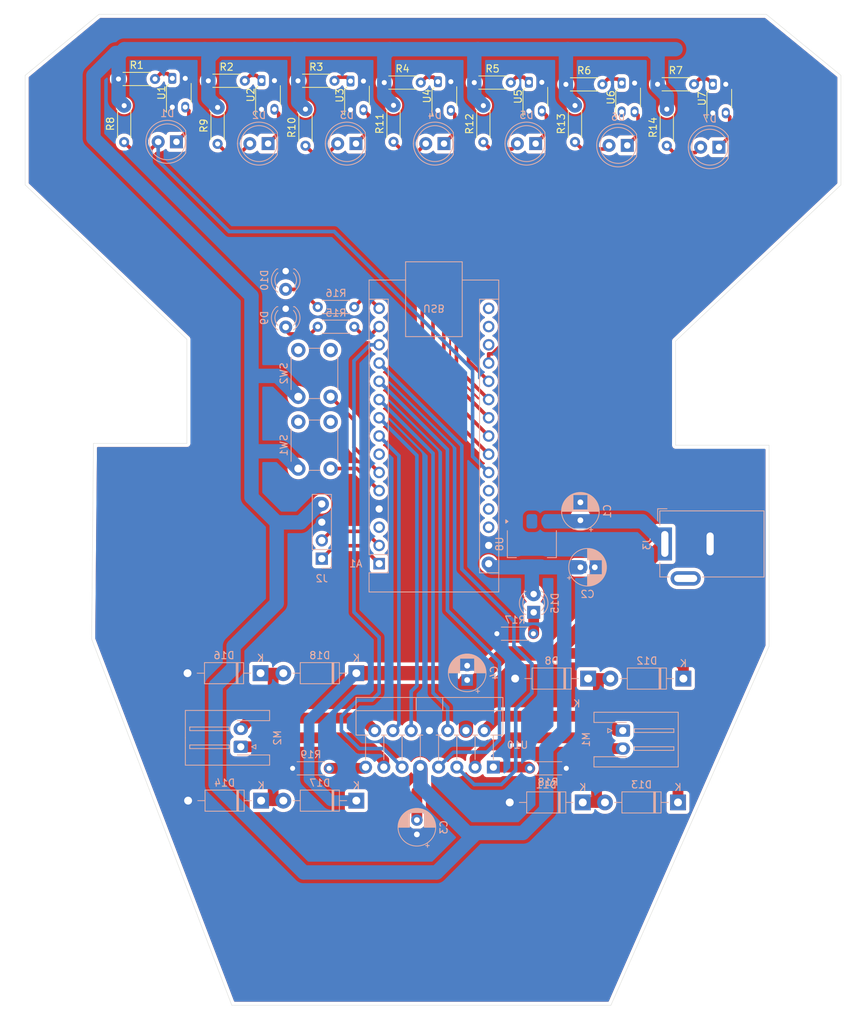
<source format=kicad_pcb>
(kicad_pcb (version 20240108) (generator "pcbnew") (generator_version "8.0")
  (layers (0 "F.Cu" signal) (31 "B.Cu" signal) (34 "B.Paste" user) (35 "F.Paste" user) (36 "B.SilkS" user "B.Silkscreen") (37 "F.SilkS" user "F.Silkscreen") (38 "B.Mask" user) (39 "F.Mask" user) (44 "Edge.Cuts" user))
  (net 0 "")
  (net 1 "Net-(D1-K)")
  (net 2 "A0")
  (net 3 "A1")
  (net 4 "Net-(D2-K)")
  (net 5 "Net-(D3-K)")
  (net 6 "A2")
  (net 7 "A3")
  (net 8 "Net-(D4-K)")
  (net 9 "A4")
  (net 10 "Net-(D5-K)")
  (net 11 "Net-(D6-K)")
  (net 12 "A5")
  (net 13 "A6")
  (net 14 "Net-(D7-K)")
  (net 15 "GND")
  (net 16 "Net-(U6-A)")
  (net 17 "Net-(U1-A)")
  (net 18 "Net-(U2-A)")
  (net 19 "Net-(U3-A)")
  (net 20 "Net-(U4-A)")
  (net 21 "Net-(U5-A)")
  (net 22 "Net-(U7-A)")
  (net 24 "B2")
  (net 26 "INB2")
  (net 29 "INB1")
  (net 30 "INA1")
  (net 31 "STBY")
  (net 34 "RX")
  (net 35 "PWMB")
  (net 36 "B1")
  (net 37 "Net-(A1-D11)")
  (net 38 "INA2")
  (net 39 "IR")
  (net 40 "+5V")
  (net 41 "PWMA")
  (net 42 "TX")
  (net 43 "Net-(A1-D12)")
  (net 44 "+9V")
  (net 45 "Net-(D9-A)")
  (net 46 "Net-(D10-A)")
  (net 47 "Net-(D15-K)")
  (net 49 "OUT1")
  (net 50 "OUT2")
  (net 51 "OUT3")
  (net 52 "OUT4")
  (net 53 "Net-(U10-SENSE_B)")
  (net 54 "Net-(U10-SENSE_A)")
  (footprint "OptoDevice:OnSemi_CASE100AQ" (layer "F.Cu") (at 144.674998 30.626664)
    (property "Reference" "U4")
    (property "Value" "QRE1113")
  )
  (footprint "Resistor_THT:R_Axial_DIN0204_L3.6mm_D1.6mm_P5.08mm_Horizontal" (layer "F.Cu") (at 126.249999 39.54 90)
    (property "Reference" "R10")
    (property "Value" "R")
  )
  (footprint "Resistor_THT:R_Axial_DIN0204_L3.6mm_D1.6mm_P5.08mm_Horizontal" (layer "F.Cu") (at 138.499999 39 90)
    (property "Reference" "R11")
    (property "Value" "R")
  )
  (footprint "OptoDevice:OnSemi_CASE100AQ" (layer "F.Cu") (at 107.724999 30.166666)
    (property "Reference" "U1")
    (property "Value" "QRE1113")
  )
  (footprint "Resistor_THT:R_Axial_DIN0204_L3.6mm_D1.6mm_P5.08mm_Horizontal" (layer "F.Cu") (at 137.209999 30.75)
    (property "Reference" "R4")
    (property "Value" "R")
  )
  (footprint "Resistor_THT:R_Axial_DIN0204_L3.6mm_D1.6mm_P5.08mm_Horizontal" (layer "F.Cu") (at 112.734999 30.5)
    (property "Reference" "R2")
    (property "Value" "R")
  )
  (footprint "Resistor_THT:R_Axial_DIN0204_L3.6mm_D1.6mm_P5.08mm_Horizontal" (layer "F.Cu") (at 163.749999 39.025 90)
    (property "Reference" "R13")
    (property "Value" "R")
  )
  (footprint "Resistor_THT:R_Axial_DIN0204_L3.6mm_D1.6mm_P5.08mm_Horizontal" (layer "F.Cu") (at 175.234999 30.985)
    (property "Reference" "R7")
    (property "Value" "R")
  )
  (footprint "Resistor_THT:R_Axial_DIN0204_L3.6mm_D1.6mm_P5.08mm_Horizontal" (layer "F.Cu") (at 100.234999 30.25)
    (property "Reference" "R1")
    (property "Value" "R")
  )
  (footprint "OptoDevice:OnSemi_CASE100AQ" (layer "F.Cu") (at 132.516665 30.543332)
    (property "Reference" "U3")
    (property "Value" "QRE1113")
  )
  (footprint "OptoDevice:OnSemi_CASE100AQ" (layer "F.Cu") (at 120.133332 30.475)
    (property "Reference" "U2")
    (property "Value" "QRE1113")
  )
  (footprint "Resistor_THT:R_Axial_DIN0204_L3.6mm_D1.6mm_P5.08mm_Horizontal" (layer "F.Cu") (at 149.734999 30.75)
    (property "Reference" "R5")
    (property "Value" "R")
  )
  (footprint "Resistor_THT:R_Axial_DIN0204_L3.6mm_D1.6mm_P5.08mm_Horizontal" (layer "F.Cu") (at 150.999999 39.04 90)
    (property "Reference" "R12")
    (property "Value" "R")
  )
  (footprint "Resistor_THT:R_Axial_DIN0204_L3.6mm_D1.6mm_P5.08mm_Horizontal" (layer "F.Cu") (at 114.024999 39.29 90)
    (property "Reference" "R9")
    (property "Value" "R")
  )
  (footprint "Resistor_THT:R_Axial_DIN0204_L3.6mm_D1.6mm_P5.08mm_Horizontal" (layer "F.Cu") (at 101.024999 39.04 90)
    (property "Reference" "R8")
    (property "Value" "R")
  )
  (footprint "Resistor_THT:R_Axial_DIN0204_L3.6mm_D1.6mm_P5.08mm_Horizontal" (layer "F.Cu") (at 162.484999 31)
    (property "Reference" "R6")
    (property "Value" "R")
  )
  (footprint "OptoDevice:OnSemi_CASE100AQ" (layer "F.Cu") (at 170.241664 30.81833)
    (property "Reference" "U6")
    (property "Value" "QRE1113")
  )
  (footprint "OptoDevice:OnSemi_CASE100AQ" (layer "F.Cu") (at 157.333331 30.709998)
    (property "Reference" "U5")
    (property "Value" "QRE1113")
  )
  (footprint "Resistor_THT:R_Axial_DIN0204_L3.6mm_D1.6mm_P5.08mm_Horizontal" (layer "F.Cu") (at 125.209999 30.5)
    (property "Reference" "R3")
    (property "Value" "R")
  )
  (footprint "OptoDevice:OnSemi_CASE100AQ" (layer "F.Cu") (at 182.924999 30.984996)
    (property "Reference" "U7")
    (property "Value" "QRE1113")
  )
  (footprint "Resistor_THT:R_Axial_DIN0204_L3.6mm_D1.6mm_P5.08mm_Horizontal" (layer "F.Cu") (at 176.524999 39.54 90)
    (property "Reference" "R14")
    (property "Value" "R")
  )
  (footprint "LED_THT:LED_D5.0mm" (layer "B.Cu") (at 108.299999 39 180)
    (property "Reference" "D1")
    (property "Value" "LED")
  )
  (footprint "Module:Arduino_Nano" (layer "B.Cu") (at 136.499999 97.75)
    (property "Reference" "A1")
    (property "Value" "Arduino_Nano_v3.x")
  )
  (footprint "Capacitor_THT:CP_Radial_D5.0mm_P2.00mm" (layer "B.Cu") (at 148.749999 113.955112 90)
    (property "Reference" "C4")
    (property "Value" "100n")
  )
  (footprint "LED_THT:LED_D3.0mm" (layer "B.Cu") (at 157.999999 104.525 90)
    (property "Reference" "D15")
    (property "Value" "LED")
  )
  (footprint "Package_TO_SOT_THT:TO-220-15_P2.54x2.54mm_StaggerOdd_Lead4.58mm_Vertical" (layer "B.Cu") (at 152.389999 126.08 180)
    (property "Reference" "U10")
    (property "Value" "L298N")
  )
  (footprint "Button_Switch_THT:SW_PUSH_6mm_H4.3mm" (layer "B.Cu") (at 125.249999 78 -90)
    (property "Reference" "SW1")
    (property "Value" "SW_Push")
  )
  (footprint "LED_THT:LED_D5.0mm" (layer "B.Cu") (at 133.274999 39.25 180)
    (property "Reference" "D3")
    (property "Value" "LED")
  )
  (footprint "Resistor_THT:R_Axial_DIN0204_L3.6mm_D1.6mm_P5.08mm_Horizontal" (layer "B.Cu") (at 133.039999 64.75 180)
    (property "Reference" "R15")
    (property "Value" "1k")
  )
  (footprint "Diode_THT:D_DO-41_SOD81_P10.16mm_Horizontal" (layer "B.Cu") (at 178.079999 131 180)
    (property "Reference" "D13")
    (property "Value" "1N4007")
  )
  (footprint "Package_TO_SOT_SMD:SOT-223-3_TabPin2" (layer "B.Cu") (at 157.749999 95 -90)
    (property "Reference" "U8")
    (property "Value" "AMS1117-5.0")
  )
  (footprint "Diode_THT:D_DO-41_SOD81_P10.16mm_Horizontal" (layer "B.Cu") (at 120.079999 130.75 180)
    (property "Reference" "D14")
    (property "Value" "1N4007")
  )
  (footprint "LED_THT:LED_D3.0mm" (layer "B.Cu") (at 123.499999 57 -90)
    (property "Reference" "D10")
    (property "Value" "LED")
  )
  (footprint "LED_THT:LED_D5.0mm" (layer "B.Cu") (at 183.774999 39.75 180)
    (property "Reference" "D7")
    (property "Value" "LED")
  )
  (footprint "Diode_THT:D_DO-41_SOD81_P10.16mm_Horizontal" (layer "B.Cu") (at 164.829999 131 180)
    (property "Reference" "D11")
    (property "Value" "1N4007")
  )
  (footprint "LED_THT:LED_D3.0mm" (layer "B.Cu") (at 123.499999 62.25 -90)
    (property "Reference" "D9")
    (property "Value" "LED")
  )
  (footprint "Capacitor_THT:CP_Radial_D5.0mm_P2.00mm" (layer "B.Cu") (at 141.749999 135.455112 90)
    (property "Reference" "C3")
    (property "Value" "100n")
  )
  (footprint "Resistor_THT:R_Axial_DIN0204_L3.6mm_D1.6mm_P5.08mm_Horizontal" (layer "B.Cu") (at 133.039999 62 180)
    (property "Reference" "R16")
    (property "Value" "1k")
  )
  (footprint "Diode_THT:D_DO-41_SOD81_P10.16mm_Horizontal" (layer "B.Cu") (at 178.829999 113.75 180)
    (property "Reference" "D12")
    (property "Value" "1N4007")
  )
  (footprint "Capacitor_THT:CP_Radial_D5.0mm_P2.00mm" (layer "B.Cu") (at 164.499999 98.25)
    (property "Reference" "C2")
    (property "Value" "22u")
  )
  (footprint "LED_THT:LED_D5.0mm" (layer "B.Cu") (at 121.049999 39.25 180)
    (property "Reference" "D2")
    (property "Value" "LED")
  )
  (footprint "Diode_THT:D_DO-41_SOD81_P10.16mm_Horizontal" (layer "B.Cu") (at 165.579999 113.75 180)
    (property "Reference" "D8")
    (property "Value" "1N4007")
  )
  (footprint "Connector_JST:JST_XH_S2B-XH-A-1_1x02_P2.50mm_Horizontal" (layer "B.Cu") (at 117.249999 123.25 90)
    (property "Reference" "M2")
    (property "Value" "Motor_DC")
  )
  (footprint "Connector_BarrelJack:BarrelJack_GCT_DCJ200-10-A_Horizontal" (layer "B.Cu") (at 176.249999 95 -90)
    (property "Reference" "J3")
    (property "Value" "Input Power")
  )
  (footprint "LED_THT:LED_D5.0mm" (layer "B.Cu") (at 145.524999 39.25 180)
    (property "Reference" "D4")
    (property "Value" "LED")
  )
  (footprint "Connector_JST:JST_XH_S2B-XH-A-1_1x02_P2.50mm_Horizontal" (layer "B.Cu") (at 170.399999 121 -90)
    (property "Reference" "M1")
    (property "Value" "Motor_DC")
  )
  (footprint "Resistor_THT:R_Axial_DIN0204_L3.6mm_D1.6mm_P5.08mm_Horizontal" (layer "B.Cu") (at 157.459999 126.25)
    (property "Reference" "R18")
    (property "Value" "R")
  )
  (footprint "LED_THT:LED_D5.0mm" (layer "B.Cu") (at 158.274999 39.25 180)
    (property "Reference" "D5")
    (property "Value" "LED")
  )
  (footprint "Connector_PinSocket_2.54mm:PinSocket_1x04_P2.54mm_Vertical" (layer "B.Cu") (at 128.524999 97.05)
    (property "Reference" "J2")
    (property "Value" "Bluetooth module")
  )
  (footprint "LED_THT:LED_D5.0mm" (layer "B.Cu") (at 171.024999 39.5 180)
    (property "Reference" "D6")
    (property "Value" "LED")
  )
  (footprint "Diode_THT:D_DO-41_SOD81_P10.16mm_Horizontal" (layer "B.Cu") (at 133.329999 130.75 180)
    (property "Reference" "D17")
    (property "Value" "1N4007")
  )
  (footprint "Resistor_THT:R_Axial_DIN0204_L3.6mm_D1.6mm_P5.08mm_Horizontal" (layer "B.Cu") (at 129.539999 126.25 180)
    (property "Reference" "R19")
    (property "Value" "R")
  )
  (footprint "Resistor_THT:R_Axial_DIN0204_L3.6mm_D1.6mm_P5.08mm_Horizontal" (layer "B.Cu") (at 157.959999 107.5 180)
    (property "Reference" "R17")
    (property "Value" "1k")
  )
  (footprint "Diode_THT:D_DO-41_SOD81_P10.16mm_Horizontal" (layer "B.Cu") (at 133.329999 113 180)
    (property "Reference" "D18")
    (property "Value" "1N4007")
  )
  (footprint "Diode_THT:D_DO-41_SOD81_P10.16mm_Horizontal" (layer "B.Cu") (at 119.999999 113 180)
    (property "Reference" "D16")
    (property "Value" "1N4007")
  )
  (footprint "Button_Switch_THT:SW_PUSH_6mm_H4.3mm" (layer "B.Cu") (at 125.249999 68 -90)
    (property "Reference" "SW2")
    (property "Value" "SW_Push")
  )
  (footprint "Capacitor_THT:CP_Radial_D5.0mm_P2.50mm" (layer "B.Cu") (at 164.499999 91.705114 90)
    (property "Reference" "C1")
    (property "Value" "22u")
  )
  (gr_line (start 190.75 109.25) (end 190.749999 81.25) (stroke (width 0.05)) (layer "Edge.Cuts"))
  (gr_line (start 96.749999 81) (end 109.749999 81) (stroke (width 0.05)) (layer "Edge.Cuts"))
  (gr_line (start 200.749999 29.75) (end 200.749999 45) (stroke (width 0.05)) (layer "Edge.Cuts"))
  (gr_line (start 109.749999 81) (end 109.749999 66.5) (stroke (width 0.05)) (layer "Edge.Cuts"))
  (gr_line (start 177.749999 81.25) (end 177.749999 66.75) (stroke (width 0.05)) (layer "Edge.Cuts"))
  (gr_line (start 168.749999 159.25) (end 190.75 109.25) (stroke (width 0.05)) (layer "Edge.Cuts"))
  (gr_line (start 115.999999 159.25) (end 168.749999 159.25) (stroke (width 0.05)) (layer "Edge.Cuts"))
  (gr_line (start 109.749999 66.5) (end 87.249999 45) (stroke (width 0.05)) (layer "Edge.Cuts"))
  (gr_line (start 190.749999 81.25) (end 177.749999 81.25) (stroke (width 0.05)) (layer "Edge.Cuts"))
  (gr_line (start 200.749999 29.75) (end 190.374999 21.25) (stroke (width 0.05)) (layer "Edge.Cuts"))
  (gr_line (start 177.749999 66.75) (end 200.749999 45) (stroke (width 0.05)) (layer "Edge.Cuts"))
  (gr_line (start 97.499999 21.25) (end 190.374999 21.25) (stroke (width 0.05)) (layer "Edge.Cuts"))
  (gr_line (start 96.499999 108.25) (end 115.999999 159.25) (stroke (width 0.05)) (layer "Edge.Cuts"))
  (gr_line (start 87.249999 29.75) (end 97.499999 21.25) (stroke (width 0.05)) (layer "Edge.Cuts"))
  (gr_line (start 96.499999 108.25) (end 96.749999 81) (stroke (width 0.05)) (layer "Edge.Cuts"))
  (gr_line (start 87.249999 29.75) (end 87.249999 45) (stroke (width 0.05)) (layer "Edge.Cuts"))
  (segment (start 110.024999 34.666666) (end 110.024999 37.275) (width 0.5) (layer "F.Cu") (net 1))
  (segment (start 110.024999 37.275) (end 108.299999 39) (width 0.5) (layer "F.Cu") (net 1))
  (segment (start 109.524999 34.166666) (end 110.024999 34.666666) (width 0.5) (layer "F.Cu") (net 1))
  (segment (start 173.749999 49) (end 179.274999 43.475) (width 0.5) (layer "F.Cu") (net 2))
  (segment (start 151.739999 68.52) (end 152.257766 68.52) (width 0.5) (layer "F.Cu") (net 2))
  (segment (start 179.274999 43.475) (end 179.274999 40.5) (width 0.5) (layer "F.Cu") (net 2))
  (segment (start 151.739999 69.81) (end 151.739999 68.52) (width 0.5) (layer "F.Cu") (net 2))
  (segment (start 161.749999 49) (end 173.749999 49) (width 0.5) (layer "F.Cu") (net 2))
  (segment (start 179.274999 40.5) (end 177.484999 40.5) (width 0.5) (layer "F.Cu") (net 2))
  (segment (start 154.999999 65.777767) (end 154.999999 55.75) (width 0.5) (layer "F.Cu") (net 2))
  (segment (start 154.999999 55.75) (end 161.749999 49) (width 0.5) (layer "F.Cu") (net 2))
  (segment (start 177.484999 40.5) (end 176.524999 39.54) (width 0.5) (layer "F.Cu") (net 2))
  (segment (start 181.234999 39.75) (end 180.484999 40.5) (width 0.5) (layer "F.Cu") (net 2))
  (segment (start 152.257766 68.52) (end 154.999999 65.777767) (width 0.5) (layer "F.Cu") (net 2))
  (segment (start 180.484999 40.5) (end 179.274999 40.5) (width 0.5) (layer "F.Cu") (net 2))
  (segment (start 166.524999 42) (end 166.524999 40) (width 0.5) (layer "F.Cu") (net 3))
  (segment (start 165.274999 43.25) (end 166.524999 42) (width 0.5) (layer "F.Cu") (net 3))
  (segment (start 148.935 48.75) (end 154.435 43.25) (width 0.5) (layer "F.Cu") (net 3))
  (segment (start 148.935 69.545001) (end 151.739999 72.35) (width 0.5) (layer "F.Cu") (net 3))
  (segment (start 168.484999 39.5) (end 167.984999 40) (width 0.5) (layer "F.Cu") (net 3))
  (segment (start 154.435 43.25) (end 165.274999 43.25) (width 0.5) (layer "F.Cu") (net 3))
  (segment (start 166.524999 40) (end 164.724999 40) (width 0.5) (layer "F.Cu") (net 3))
  (segment (start 167.984999 40) (end 166.524999 40) (width 0.5) (layer "F.Cu") (net 3))
  (segment (start 164.724999 40) (end 163.749999 39.025) (width 0.5) (layer "F.Cu") (net 3))
  (segment (start 148.935 48.75) (end 148.935 69.545001) (width 0.5) (layer "F.Cu") (net 3))
  (segment (start 122.524999 37.775) (end 121.049999 39.25) (width 0.5) (layer "F.Cu") (net 4))
  (segment (start 122.524999 35.066667) (end 122.524999 37.775) (width 0.5) (layer "F.Cu") (net 4))
  (segment (start 121.933332 34.475) (end 122.524999 35.066667) (width 0.5) (layer "F.Cu") (net 4))
  (segment (start 135.024999 35.251666) (end 135.024999 37.5) (width 0.5) (layer "F.Cu") (net 5))
  (segment (start 134.316665 34.543332) (end 135.024999 35.251666) (width 0.5) (layer "F.Cu") (net 5))
  (segment (start 135.024999 37.5) (end 133.274999 39.25) (width 0.5) (layer "F.Cu") (net 5))
  (segment (start 153.524999 42.25) (end 152.895 42.25) (width 0.5) (layer "F.Cu") (net 6))
  (segment (start 151.959999 40) (end 150.999999 39.04) (width 0.5) (layer "F.Cu") (net 6))
  (segment (start 154.984999 40) (end 154.024999 40) (width 0.5) (layer "F.Cu") (net 6))
  (segment (start 152.895 42.25) (end 147.249999 47.895001) (width 0.5) (layer "F.Cu") (net 6))
  (segment (start 147.249999 47.895001) (end 147.249999 70.4) (width 0.5) (layer "F.Cu") (net 6))
  (segment (start 155.734999 39.25) (end 154.984999 40) (width 0.5) (layer "F.Cu") (net 6))
  (segment (start 147.249999 70.4) (end 151.739999 74.89) (width 0.5) (layer "F.Cu") (net 6))
  (segment (start 154.024999 40) (end 154.024999 41.75) (width 0.5) (layer "F.Cu") (net 6))
  (segment (start 154.024999 40) (end 151.959999 40) (width 0.5) (layer "F.Cu") (net 6))
  (segment (start 154.024999 41.75) (end 153.524999 42.25) (width 0.5) (layer "F.Cu") (net 6))
  (segment (start 140.999999 40.25) (end 145.499999 44.75) (width 0.5) (layer "F.Cu") (net 7))
  (segment (start 142.984999 39.25) (end 141.984999 40.25) (width 0.5) (layer "F.Cu") (net 7))
  (segment (start 141.984999 40.25) (end 140.774999 40.25) (width 0.5) (layer "F.Cu") (net 7))
  (segment (start 140.774999 40.25) (end 140.999999 40.25) (width 0.5) (layer "F.Cu") (net 7))
  (segment (start 145.499999 71.19) (end 151.739999 77.43) (width 0.5) (layer "F.Cu") (net 7))
  (segment (start 145.499999 44.75) (end 145.499999 71.19) (width 0.5) (layer "F.Cu") (net 7))
  (segment (start 139.749999 40.25) (end 138.499999 39) (width 0.5) (layer "F.Cu") (net 7))
  (segment (start 140.774999 40.25) (end 139.749999 40.25) (width 0.5) (layer "F.Cu") (net 7))
  (segment (start 147.024999 35.176665) (end 147.024999 37.75) (width 0.5) (layer "F.Cu") (net 8))
  (segment (start 147.024999 37.75) (end 145.524999 39.25) (width 0.5) (layer "F.Cu") (net 8))
  (segment (start 146.474998 34.626664) (end 147.024999 35.176665) (width 0.5) (layer "F.Cu") (net 8))
  (segment (start 127.209999 40.5) (end 128.524999 40.5) (width 0.5) (layer "F.Cu") (net 9))
  (segment (start 143.999999 72.23) (end 151.739999 79.97) (width 0.5) (layer "F.Cu") (net 9))
  (segment (start 128.524999 40.5) (end 129.484999 40.5) (width 0.5) (layer "F.Cu") (net 9))
  (segment (start 129.484999 40.5) (end 130.734999 39.25) (width 0.5) (layer "F.Cu") (net 9))
  (segment (start 139.999999 42.75) (end 143.999999 46.75) (width 0.5) (layer "F.Cu") (net 9))
  (segment (start 126.249999 39.54) (end 127.209999 40.5) (width 0.5) (layer "F.Cu") (net 9))
  (segment (start 128.524999 40.5) (end 128.524999 41.25) (width 0.5) (layer "F.Cu") (net 9))
  (segment (start 128.524999 41.25) (end 130.024999 42.75) (width 0.5) (layer "F.Cu") (net 9))
  (segment (start 130.024999 42.75) (end 139.999999 42.75) (width 0.5) (layer "F.Cu") (net 9))
  (segment (start 143.999999 46.75) (end 143.999999 72.23) (width 0.5) (layer "F.Cu") (net 9))
  (segment (start 159.133331 34.709998) (end 159.774999 35.351666) (width 0.5) (layer "F.Cu") (net 10))
  (segment (start 159.774999 35.351666) (end 159.774999 37.75) (width 0.5) (layer "F.Cu") (net 10))
  (segment (start 159.774999 37.75) (end 158.274999 39.25) (width 0.5) (layer "F.Cu") (net 10))
  (segment (start 172.524999 35.301665) (end 172.524999 38) (width 0.5) (layer "F.Cu") (net 11))
  (segment (start 172.524999 38) (end 171.024999 39.5) (width 0.5) (layer "F.Cu") (net 11))
  (segment (start 172.041664 34.81833) (end 172.524999 35.301665) (width 0.5) (layer "F.Cu") (net 11))
  (segment (start 114.024999 39.29) (end 115.234999 40.5) (width 0.5) (layer "F.Cu") (net 12))
  (segment (start 116.274999 40.5) (end 117.259999 40.5) (width 0.5) (layer "F.Cu") (net 12))
  (segment (start 116.274999 42.025) (end 118.499999 44.25) (width 0.5) (layer "F.Cu") (net 12))
  (segment (start 116.274999 40.5) (end 116.274999 42.025) (width 0.5) (layer "F.Cu") (net 12))
  (segment (start 142.499999 73.27) (end 151.739999 82.51) (width 0.5) (layer "F.Cu") (net 12))
  (segment (start 115.234999 40.5) (end 116.274999 40.5) (width 0.5) (layer "F.Cu") (net 12))
  (segment (start 117.259999 40.5) (end 118.509999 39.25) (width 0.5) (layer "F.Cu") (net 12))
  (segment (start 142.499999 52.475) (end 142.499999 73.27) (width 0.5) (layer "F.Cu") (net 12))
  (segment (start 134.274999 44.25) (end 142.499999 52.475) (width 0.5) (layer "F.Cu") (net 12))
  (segment (start 118.499999 44.25) (end 134.274999 44.25) (width 0.5) (layer "F.Cu") (net 12))
  (segment (start 101.984999 40) (end 103.774999 40) (width 0.5) (layer "F.Cu") (net 13))
  (segment (start 103.774999 40) (end 104.759999 40) (width 0.5) (layer "F.Cu") (net 13))
  (segment (start 104.759999 40) (end 105.759999 39) (width 0.5) (layer "F.Cu") (net 13))
  (segment (start 101.024999 39.04) (end 101.984999 40) (width 0.5) (layer "F.Cu") (net 13))
  (segment (start 130.249999 51.5) (end 149.499999 70.75) (width 0.5) (layer "B.Cu") (net 13))
  (segment (start 105.759999 39) (end 105.759999 41.62) (width 0.5) (layer "B.Cu") (net 13))
  (segment (start 149.499999 70.75) (end 149.499999 82.81) (width 0.5) (layer "B.Cu") (net 13))
  (segment (start 149.499999 82.81) (end 151.739999 85.05) (width 0.5) (layer "B.Cu") (net 13))
  (segment (start 115.639999 51.5) (end 130.249999 51.5) (width 0.5) (layer "B.Cu") (net 13))
  (segment (start 105.759999 41.62) (end 115.639999 51.5) (width 0.5) (layer "B.Cu") (net 13))
  (segment (start 185.274999 38.25) (end 183.774999 39.75) (width 0.5) (layer "F.Cu") (net 14))
  (segment (start 184.724999 34.984996) (end 185.274999 35.534996) (width 0.5) (layer "F.Cu") (net 14))
  (segment (start 185.274999 35.534996) (end 185.274999 38.25) (width 0.5) (layer "F.Cu") (net 14))
  (segment (start 168.314999 30.25) (end 169.673334 30.25) (width 0.5) (layer "F.Cu") (net 16))
  (segment (start 169.673334 30.25) (end 170.241664 30.81833) (width 0.5) (layer "F.Cu") (net 16))
  (segment (start 167.564999 31) (end 168.314999 30.25) (width 0.5) (layer "F.Cu") (net 16))
  (segment (start 107.058333 29.5) (end 107.724999 30.166666) (width 0.5) (layer "F.Cu") (net 17))
  (segment (start 105.314999 30.25) (end 106.064999 29.5) (width 0.5) (layer "F.Cu") (net 17))
  (segment (start 106.064999 29.5) (end 107.058333 29.5) (width 0.5) (layer "F.Cu") (net 17))
  (segment (start 117.814999 30.5) (end 118.564999 29.75) (width 0.5) (layer "F.Cu") (net 18))
  (segment (start 118.564999 29.75) (end 119.408332 29.75) (width 0.5) (layer "F.Cu") (net 18))
  (segment (start 119.408332 29.75) (end 120.133332 30.475) (width 0.5) (layer "F.Cu") (net 18))
  (segment (start 130.289999 30.5) (end 130.789999 30) (width 0.5) (layer "F.Cu") (net 19))
  (segment (start 130.789999 30) (end 131.973333 30) (width 0.5) (layer "F.Cu") (net 19))
  (segment (start 131.973333 30) (end 132.516665 30.543332) (width 0.5) (layer "F.Cu") (net 19))
  (segment (start 142.289999 30.75) (end 143.039999 30) (width 0.5) (layer "F.Cu") (net 20))
  (segment (start 144.048334 30) (end 144.674998 30.626664) (width 0.5) (layer "F.Cu") (net 20))
  (segment (start 143.039999 30) (end 144.048334 30) (width 0.5) (layer "F.Cu") (net 20))
  (segment (start 155.564999 30) (end 156.623333 30) (width 0.5) (layer "F.Cu") (net 21))
  (segment (start 154.814999 30.75) (end 155.564999 30) (width 0.5) (layer "F.Cu") (net 21))
  (segment (start 156.623333 30) (end 157.333331 30.709998) (width 0.5) (layer "F.Cu") (net 21))
  (segment (start 180.314999 30.985) (end 181.049999 30.25) (width 0.5) (layer "F.Cu") (net 22))
  (segment (start 182.190003 30.25) (end 182.924999 30.984996) (width 0.5) (layer "F.Cu") (net 22))
  (segment (start 181.049999 30.25) (end 182.190003 30.25) (width 0.5) (layer "F.Cu") (net 22))
  (segment (start 132.999999 77.750001) (end 132.999999 81.55) (width 0.5) (layer "F.Cu") (net 24))
  (segment (start 129.749999 74.500001) (end 132.999999 77.750001) (width 0.5) (layer "F.Cu") (net 24))
  (segment (start 132.999999 81.55) (end 136.499999 85.05) (width 0.5) (layer "F.Cu") (net 24))
  (segment (start 139.249999 82.719999) (end 136.499999 79.969999) (width 0.5) (layer "B.Cu") (net 26))
  (segment (start 139.249999 120.17) (end 139.249999 82.719999) (width 0.5) (layer "B.Cu") (net 26))
  (segment (start 138.419999 121) (end 139.249999 120.17) (width 0.5) (layer "B.Cu") (net 26))
  (segment (start 140.959999 121) (end 140.959999 115.54) (width 0.5) (layer "B.Cu") (net 29))
  (segment (start 141.749999 82.68) (end 136.499999 77.43) (width 0.5) (layer "B.Cu") (net 29))
  (segment (start 140.959999 115.54) (end 141.749999 114.75) (width 0.5) (layer "B.Cu") (net 29))
  (segment (start 141.749999 114.75) (end 141.749999 82.68) (width 0.5) (layer "B.Cu") (net 29))
  (segment (start 155.249999 109.196346) (end 155.249999 105.75) (width 0.5) (layer "B.Cu") (net 30))
  (segment (start 157.749999 111.696346) (end 155.249999 109.196346) (width 0.5) (layer "B.Cu") (net 30))
  (segment (start 153.499999 128.5) (end 155.499999 126.5) (width 0.5) (layer "B.Cu") (net 30))
  (segment (start 147.999999 98.5) (end 147.999999 81.310001) (width 0.5) (layer "B.Cu") (net 30))
  (segment (start 157.749999 115.75) (end 157.749999 111.696346) (width 0.5) (layer "B.Cu") (net 30))
  (segment (start 155.499999 118) (end 157.749999 115.75) (width 0.5) (layer "B.Cu") (net 30))
  (segment (start 147.999999 81.310001) (end 136.499999 69.810001) (width 0.5) (layer "B.Cu") (net 30))
  (segment (start 155.249999 105.75) (end 147.999999 98.5) (width 0.5) (layer "B.Cu") (net 30))
  (segment (start 149.73 128.5) (end 153.499999 128.5) (width 0.5) (layer "B.Cu") (net 30))
  (segment (start 147.31 126.08) (end 149.73 128.5) (width 0.5) (layer "B.Cu") (net 30))
  (segment (start 155.499999 126.5) (end 155.499999 118) (width 0.5) (layer "B.Cu") (net 30))
  (segment (start 136.509999 82.51) (end 136.499999 82.51) (width 0.5) (layer "F.Cu") (net 31))
  (segment (start 128.524999 97.05) (end 130.324999 95.25) (width 0.5) (layer "F.Cu") (net 34))
  (segment (start 133.999999 95.25) (end 136.499999 97.75) (width 0.5) (layer "F.Cu") (net 34))
  (segment (start 130.324999 95.25) (end 133.999999 95.25) (width 0.5) (layer "F.Cu") (net 34))
  (segment (start 131.249999 119) (end 133.499999 116.75) (width 0.5) (layer "B.Cu") (net 35))
  (segment (start 139.689999 126.08) (end 137.109999 123.5) (width 0.5) (layer "B.Cu") (net 35))
  (segment (start 133.499999 116.75) (end 135.499999 116.75) (width 0.5) (layer "B.Cu") (net 35))
  (segment (start 135.229999 67.27) (end 136.499999 67.27) (width 0.5) (layer "B.Cu") (net 35))
  (segment (start 133.749999 123.5) (end 131.249999 121) (width 0.5) (layer "B.Cu") (net 35))
  (segment (start 131.249999 121) (end 131.249999 119) (width 0.5) (layer "B.Cu") (net 35))
  (segment (start 137.109999 123.5) (end 133.749999 123.5) (width 0.5) (layer "B.Cu") (net 35))
  (segment (start 132.999999 104.5) (end 132.999999 69.5) (width 0.5) (layer "B.Cu") (net 35))
  (segment (start 136.499999 108) (end 132.999999 104.5) (width 0.5) (layer "B.Cu") (net 35))
  (segment (start 132.999999 69.5) (end 135.229999 67.27) (width 0.5) (layer "B.Cu") (net 35))
  (segment (start 136.499999 115.75) (end 136.499999 108) (width 0.5) (layer "B.Cu") (net 35))
  (segment (start 135.499999 116.75) (end 136.499999 115.75) (width 0.5) (layer "B.Cu") (net 35))
  (segment (start 133.41 84.500001) (end 136.499999 87.59) (width 0.5) (layer "F.Cu") (net 36))
  (segment (start 129.749999 84.500001) (end 133.41 84.500001) (width 0.5) (layer "F.Cu") (net 36))
  (segment (start 133.039999 64.75) (end 134.249999 65.96) (width 0.5) (layer "F.Cu") (net 37))
  (segment (start 135.229999 66) (end 136.499999 64.73) (width 0.5) (layer "F.Cu") (net 37))
  (segment (start 134.249999 66) (end 135.229999 66) (width 0.5) (layer "F.Cu") (net 37))
  (segment (start 134.249999 65.96) (end 134.249999 66) (width 0.5) (layer "F.Cu") (net 37))
  (segment (start 145.999999 81.85) (end 136.499999 72.35) (width 0.5) (layer "B.Cu") (net 38))
  (segment (start 146.849999 124) (end 151.499999 124) (width 0.5) (layer "B.Cu") (net 38))
  (segment (start 145.999999 104.25) (end 145.999999 81.85) (width 0.5) (layer "B.Cu") (net 38))
  (segment (start 153.249999 122.25) (end 153.249999 111.5) (width 0.5) (layer "B.Cu") (net 38))
  (segment (start 144.769999 126.08) (end 146.849999 124) (width 0.5) (layer "B.Cu") (net 38))
  (segment (start 151.499999 124) (end 153.249999 122.25) (width 0.5) (layer "B.Cu") (net 38))
  (segment (start 153.249999 111.5) (end 145.999999 104.25) (width 0.5) (layer "B.Cu") (net 38))
  (segment (start 141.749999 133.455111) (end 141.749999 129.5) (width 1.5) (layer "F.Cu") (net 40))
  (segment (start 142.499999 126.35) (end 142.229999 126.08) (width 1.5) (layer "F.Cu") (net 40))
  (segment (start 141.749999 129.5) (end 142.499999 128.75) (width 1.5) (layer "F.Cu") (net 40))
  (segment (start 142.499999 128.75) (end 142.499999 126.35) (width 1.5) (layer "F.Cu") (net 40))
  (segment (start 100.234999 30.25) (end 100.024999 30.46) (width 0.5) (layer "F.Cu") (net 40))
  (segment (start 100.985 33.960001) (end 101.024999 33.960001) (width 0.5) (layer "F.Cu") (net 40))
  (segment (start 162.489999 26.35) (end 162.489999 32.685001) (width 2) (layer "B.Cu") (net 40))
  (segment (start 118.739999 82.1) (end 118.739999 71.6) (width 2) (layer "B.Cu") (net 40))
  (segment (start 137.209999 32.630001) (end 138.499999 33.920001) (width 2) (layer "B.Cu") (net 40))
  (segment (start 118.739999 71.6) (end 122.349999 71.6) (width 2) (layer "B.Cu") (net 40))
  (segment (start 162.489999 32.685001) (end 163.749999 33.945001) (width 2) (layer "B.Cu") (net 40))
  (segment (start 125.239999 26.6) (end 125.239999 33.450001) (width 2) (layer "B.Cu") (net 40))
  (segment (start 137.209999 26.88) (end 137.209999 32.630001) (width 2) (layer "B.Cu") (net 40))
  (segment (start 122.249999 92) (end 125.595862 92) (width 2) (layer "B.Cu") (net 40))
  (segment (start 157.749999 98.149999) (end 157.749999 101.735) (width 2) (layer "B.Cu") (net 40))
  (segment (start 157.749999 101.735) (end 157.999999 101.985) (width 2) (layer "B.Cu") (net 40))
  (segment (start 162.739999 98.25) (end 162.249999 98.74) (width 2) (layer "B.Cu") (net 40))
  (segment (start 162.739999 98.25) (end 152.239999 98.25) (width 2) (layer "B.Cu") (net 40))
  (segment (start 122.849999 82.1) (end 125.249999 84.5) (width 2) (layer "B.Cu") (net 40))
  (segment (start 125.239999 33.450001) (end 126.249999 34.460001) (width 2) (layer "B.Cu") (net 40))
  (segment (start 137.989999 26.1) (end 137.209999 26.88) (width 2) (layer "B.Cu") (net 40))
  (segment (start 96.749999 38.485) (end 96.749999 29.75) (width 2) (layer "B.Cu") (net 40))
  (segment (start 175.239999 31.35) (end 176.524999 32.635) (width 2) (layer "B.Cu") (net 40))
  (segment (start 162.739999 26.1) (end 174.239999 26.1) (width 2) (layer "B.Cu") (net 40))
  (segment (start 99.871839 26.62816) (end 100.518159 26.62816) (width 2) (layer "B.Cu") (net 40))
  (segment (start 125.595862 92) (end 128.165862 89.43) (width 2) (layer "B.Cu") (net 40))
  (segment (start 164.499999 98.25) (end 162.739999 98.25) (width 2) (layer "B.Cu") (net 40))
  (segment (start 112.739999 27.35) (end 112.739999 32.925001) (width 2) (layer "B.Cu") (net 40))
  (segment (start 112.739999 32.925001) (end 114.024999 34.210001) (width 2) (layer "B.Cu") (net 40))
  (segment (start 149.739999 32.700001) (end 150.999999 33.960001) (width 2) (layer "B.Cu") (net 40))
  (segment (start 174.239999 26.1) (end 177.739999 26.1) (width 2) (layer "B.Cu") (net 40))
  (segment (start 152.239999 98.25) (end 151.739999 97.75) (width 2) (layer "B.Cu") (net 40))
  (segment (start 137.989999 26.1) (end 150.239999 26.1) (width 2) (layer "B.Cu") (net 40))
  (segment (start 159.749999 123.5) (end 159.749999 132) (width 2) (layer "B.Cu") (net 40))
  (segment (start 118.739999 82.1) (end 118.739999 88.49) (width 2) (layer "B.Cu") (net 40))
  (segment (start 124.739999 26.1) (end 125.239999 26.6) (width 2) (layer "B.Cu") (net 40))
  (segment (start 149.739999 26.6) (end 149.739999 32.700001) (width 2) (layer "B.Cu") (net 40))
  (segment (start 144.499999 140.75) (end 125.999999 140.75) (width 2) (layer "B.Cu") (net 40))
  (segment (start 96.749999 29.75) (end 99.871839 26.62816) (width 2) (layer "B.Cu") (net 40))
  (segment (start 116.249999 109.25) (end 122.249999 103.25) (width 2) (layer "B.Cu") (net 40))
  (segment (start 142.229999 128.73) (end 142.229999 126.08) (width 2) (layer "B.Cu") (net 40))
  (segment (start 100.518159 26.62816) (end 100.249999 26.89632) (width 2) (layer "B.Cu") (net 40))
  (segment (start 118.739999 60.475) (end 96.749999 38.485) (width 2) (layer "B.Cu") (net 40))
  (segment (start 116.249999 112.25) (end 116.249999 109.25) (width 2) (layer "B.Cu") (net 40))
  (segment (start 100.249999 26.89632) (end 100.249999 33.185001) (width 2) (layer "B.Cu") (net 40))
  (segment (start 113.749999 114.75) (end 116.249999 112.25) (width 2) (layer "B.Cu") (net 40))
  (segment (start 112.239999 26.1) (end 124.739999 26.1) (width 2) (layer "B.Cu") (net 40))
  (segment (start 124.739999 26.1) (end 137.989999 26.1) (width 2) (layer "B.Cu") (net 40))
  (segment (start 122.249999 103.25) (end 122.249999 92) (width 2) (layer "B.Cu") (net 40))
  (segment (start 162.249999 121) (end 159.749999 123.5) (width 2) (layer "B.Cu") (net 40))
  (segment (start 101.046319 26.1) (end 112.239999 26.1) (width 2) (layer "B.Cu") (net 40))
  (segment (start 159.749999 132) (end 156.499999 135.25) (width 2) (layer "B.Cu") (net 40))
  (segment (start 162.739999 26.1) (end 162.489999 26.35) (width 2) (layer "B.Cu") (net 40))
  (segment (start 176.524999 32.635) (end 176.524999 34.460001) (width 2) (layer "B.Cu") (net 40))
  (segment (start 100.249999 33.185001) (end 101.024999 33.960001) (width 2) (layer "B.Cu") (net 40))
  (segment (start 122.349999 71.6) (end 125.249999 74.5) (width 2) (layer "B.Cu") (net 40))
  (segment (start 162.249999 98.74) (end 162.249999 121) (width 2) (layer "B.Cu") (net 40))
  (segment (start 118.739999 88.49) (end 122.249999 92) (width 2) (layer "B.Cu") (net 40))
  (segment (start 118.739999 82.1) (end 122.849999 82.1) (width 2) (layer "B.Cu") (net 40))
  (segment (start 113.749999 128.5) (end 113.749999 114.75) (width 2) (layer "B.Cu") (net 40))
  (segment (start 125.999999 140.75) (end 113.749999 128.5) (width 2) (layer "B.Cu") (net 40))
  (segment (start 150.239999 26.1) (end 162.739999 26.1) (width 2) (layer "B.Cu") (net 40))
  (segment (start 156.499999 135.25) (end 149.999999 135.25) (width 2) (layer "B.Cu") (net 40))
  (segment (start 128.165862 89.43) (end 128.524999 89.43) (width 2) (layer "B.Cu") (net 40))
  (segment (start 100.518159 26.62816) (end 101.046319 26.1) (width 2) (layer "B.Cu") (net 40))
  (segment (start 174.239999 26.1) (end 175.239999 27.1) (width 2) (layer "B.Cu") (net 40))
  (segment (start 113.989999 26.1) (end 112.739999 27.35) (width 2) (layer "B.Cu") (net 40))
  (segment (start 148.749999 135.25) (end 142.229999 128.73) (width 2) (layer "B.Cu") (net 40))
  (segment (start 118.739999 71.6) (end 118.739999 60.475) (width 2) (layer "B.Cu") (net 40))
  (segment (start 150.239999 26.1) (end 149.739999 26.6) (width 2) (layer "B.Cu") (net 40))
  (segment (start 149.999999 135.25) (end 148.749999 135.25) (width 2) (layer "B.Cu") (net 40))
  (segment (start 175.239999 27.1) (end 175.239999 31.35) (width 2) (layer "B.Cu") (net 40))
  (segment (start 149.999999 135.25) (end 144.499999 140.75) (width 2) (layer "B.Cu") (net 40))
  (segment (start 143.999999 82.39) (end 136.499999 74.89) (width 0.5) (layer "B.Cu") (net 41))
  (segment (start 143.999999 115.75) (end 143.999999 82.39) (width 0.5) (layer "B.Cu") (net 41))
  (segment (start 146.039998 117.789999) (end 143.999999 115.75) (width 0.5) (layer "B.Cu") (net 41))
  (segment (start 146.039998 121) (end 146.039998 117.789999) (width 0.5) (layer "B.Cu") (net 41))
  (segment (start 134.539999 93.25) (end 136.499999 95.21) (width 0.5) (layer "F.Cu") (net 42))
  (segment (start 129.784999 93.25) (end 134.539999 93.25) (width 0.5) (layer "F.Cu") (net 42))
  (segment (start 128.524999 94.51) (end 129.784999 93.25) (width 0.5) (layer "F.Cu") (net 42))
  (segment (start 135.059999 60.75) (end 136.499999 62.19) (width 0.5) (layer "F.Cu") (net 43))
  (segment (start 133.039999 62) (end 134.289999 60.75) (width 0.5) (layer "F.Cu") (net 43))
  (segment (start 134.289999 60.75) (end 135.059999 60.75) (width 0.5) (layer "F.Cu") (net 43))
  (segment (start 176.999999 110.25) (end 173.249999 110.25) (width 1.5) (layer "F.Cu") (net 44))
  (segment (start 173.249999 110.25) (end 160.999999 110.25) (width 1.5) (layer "F.Cu") (net 44))
  (segment (start 133.42 113.090001) (end 133.329999 113) (width 2) (layer "F.Cu") (net 44))
  (segment (start 148.579999 114.125112) (end 148.579999 121) (width 2) (layer "F.Cu") (net 44))
  (segment (start 176.249999 95) (end 160.999999 110.25) (width 2) (layer "F.Cu") (net 44))
  (segment (start 160.999999 110.25) (end 153.874999 110.25) (width 2) (layer "F.Cu") (net 44))
  (segment (start 145.329999 113) (end 148.579999 116.25) (width 2) (layer "F.Cu") (net 44))
  (segment (start 173.249999 124.25) (end 173.249999 110.25) (width 1.5) (layer "F.Cu") (net 44))
  (segment (start 133.329999 113) (end 145.329999 113) (width 2) (layer "F.Cu") (net 44))
  (segment (start 178.079999 131) (end 178.079999 129.08) (width 1.5) (layer "F.Cu") (net 44))
  (segment (start 178.829999 112.08) (end 176.999999 110.25) (width 1.5) (layer "F.Cu") (net 44))
  (segment (start 178.079999 129.08) (end 173.249999 124.25) (width 1.5) (layer "F.Cu") (net 44))
  (segment (start 178.829999 113.75) (end 178.829999 112.08) (width 1.5) (layer "F.Cu") (net 44))
  (segment (start 153.874999 110.25) (end 148.579999 115.545) (width 2) (layer "F.Cu") (net 44))
  (segment (start 148.579999 115.545) (end 148.579999 116.25) (width 2) (layer "F.Cu") (net 44))
  (segment (start 173.099999 91.85) (end 171.489999 91.85) (width 2) (layer "B.Cu") (net 44))
  (segment (start 129.749999 130.75) (end 126.749999 127.75) (width 1.5) (layer "B.Cu") (net 44))
  (segment (start 126.749999 119.58) (end 133.329999 113) (width 1.5) (layer "B.Cu") (net 44))
  (segment (start 171.489999 91.85) (end 160.049999 91.85) (width 2) (layer "B.Cu") (net 44))
  (segment (start 133.329999 130.75) (end 129.749999 130.75) (width 1.5) (layer "B.Cu") (net 44))
  (segment (start 126.749999 127.75) (end 126.749999 119.58) (width 1.5) (layer "B.Cu") (net 44))
  (segment (start 176.249999 95) (end 173.099999 91.85) (width 2) (layer "B.Cu") (net 44))
  (segment (start 123.999999 65.75) (end 126.96 65.75) (width 0.5) (layer "F.Cu") (net 45))
  (segment (start 123.499999 64.79) (end 123.499999 65.25) (width 0.5) (layer "F.Cu") (net 45))
  (segment (start 123.499999 65.25) (end 123.999999 65.75) (width 0.5) (layer "F.Cu") (net 45))
  (segment (start 126.96 65.75) (end 127.96 64.75) (width 0.5) (layer "F.Cu") (net 45))
  (segment (start 125.5 59.54) (end 127.96 62) (width 0.5) (layer "F.Cu") (net 46))
  (segment (start 123.499999 59.54) (end 125.5 59.54) (width 0.5) (layer "F.Cu") (net 46))
  (segment (start 157.999999 104.525) (end 157.999999 107.46) (width 1.5) (layer "F.Cu") (net 47))
  (segment (start 157.999999 107.46) (end 157.959999 107.5) (width 1.5) (layer "F.Cu") (net 47))
  (segment (start 151.119999 121) (end 153.119999 119) (width 1.5) (layer "F.Cu") (net 49))
  (segment (start 169.499999 121) (end 170.399999 121) (width 1.5) (layer "F.Cu") (net 49))
  (segment (start 153.119999 119) (end 167.499999 119) (width 1.5) (layer "F.Cu") (net 49))
  (segment (start 166.999999 118.5) (end 167.499999 119) (width 1.5) (layer "F.Cu") (net 49))
  (segment (start 167.499999 119) (end 169.499999 121) (width 1.5) (layer "F.Cu") (net 49))
  (segment (start 166.999999 113.75) (end 165.579999 113.75) (width 1.5) (layer "F.Cu") (net 49))
  (segment (start 166.999999 113.75) (end 166.999999 118.5) (width 1.5) (layer "F.Cu") (net 49))
  (segment (start 168.669999 113.75) (end 166.999999 113.75) (width 1.5) (layer "F.Cu") (net 49))
  (segment (start 164.829999 131) (end 166.749999 131) (width 1.5) (layer "F.Cu") (net 50))
  (segment (start 154.499999 122) (end 166.249999 122) (width 1.5) (layer "F.Cu") (net 50))
  (segment (start 149.849999 124.92) (end 151.769999 123) (width 1.5) (layer "F.Cu") (net 50))
  (segment (start 167.749999 123.5) (end 170.399999 123.5) (width 1.5) (layer "F.Cu") (net 50))
  (segment (start 153.499999 123) (end 154.499999 122) (width 1.5) (layer "F.Cu") (net 50))
  (segment (start 151.769999 123) (end 153.499999 123) (width 1.5) (layer "F.Cu") (net 50))
  (segment (start 166.749999 122.5) (end 166.249999 122) (width 1.5) (layer "F.Cu") (net 50))
  (segment (start 166.249999 122) (end 167.749999 123.5) (width 1.5) (layer "F.Cu") (net 50))
  (segment (start 166.749999 131) (end 167.919999 131) (width 1.5) (layer "F.Cu") (net 50))
  (segment (start 149.849999 126.08) (end 149.849999 124.92) (width 1.5) (layer "F.Cu") (net 50))
  (segment (start 166.749999 131) (end 166.749999 122.5) (width 1.5) (layer "F.Cu") (net 50))
  (segment (start 121.749999 122.25) (end 121.499999 122) (width 1.5) (layer "F.Cu") (net 51))
  (segment (start 132.249999 122) (end 121.499999 122) (width 1.5) (layer "F.Cu") (net 51))
  (segment (start 121.749999 130.75) (end 123.169999 130.75) (width 1.5) (layer "F.Cu") (net 51))
  (segment (start 120.249999 123.25) (end 117.249999 123.25) (width 1.5) (layer "F.Cu") (net 51))
  (segment (start 121.499999 122) (end 120.249999 123.25) (width 1.5) (layer "F.Cu") (net 51))
  (segment (start 121.749999 130.75) (end 121.749999 122.25) (width 1.5) (layer "F.Cu") (net 51))
  (segment (start 133.749999 123.5) (end 132.249999 122) (width 1.5) (layer "F.Cu") (net 51))
  (segment (start 135.499999 123.5) (end 133.749999 123.5) (width 1.5) (layer "F.Cu") (net 51))
  (segment (start 137.149999 125.15) (end 135.499999 123.5) (width 1.5) (layer "F.Cu") (net 51))
  (segment (start 137.149999 126.08) (end 137.149999 125.15) (width 1.5) (layer "F.Cu") (net 51))
  (segment (start 120.079999 130.75) (end 121.749999 130.75) (width 1.5) (layer "F.Cu") (net 51))
  (segment (start 134.129998 119.25) (end 122.499999 119.25) (width 1.5) (layer "F.Cu") (net 52))
  (segment (start 122.499999 119.25) (end 118.749999 119.25) (width 1.5) (layer "F.Cu") (net 52))
  (segment (start 119.999999 113) (end 121.749999 113) (width 1.5) (layer "F.Cu") (net 52))
  (segment (start 118.749999 119.25) (end 117.249999 120.75) (width 1.5) (layer "F.Cu") (net 52))
  (segment (start 121.749999 118.5) (end 122.499999 119.25) (width 1.5) (layer "F.Cu") (net 52))
  (segment (start 135.879999 121.000001) (end 134.129998 119.25) (width 1.5) (layer "F.Cu") (net 52))
  (segment (start 121.749999 113) (end 123.169999 113) (width 1.5) (layer "F.Cu") (net 52))
  (segment (start 121.749999 113) (end 121.749999 118.5) (width 1.5) (layer "F.Cu") (net 52))
  (segment (start 129.539999 126.25) (end 134.439998 126.25) (width 1.5) (layer "F.Cu") (net 53))
  (segment (start 134.439998 126.25) (end 134.609998 126.08) (width 1.5) (layer "F.Cu") (net 53))
  (segment (start 157.289999 126.08) (end 157.459999 126.25) (width 1.5) (layer "F.Cu") (net 54))
  (segment (start 152.389999 126.08) (end 157.289999 126.08) (width 1.5) (layer "F.Cu") (net 54))
  (zone (net 15) (net_name "GND") (layers "F&B.Cu") (connect_pads yes (clearance 0.5)) (min_thickness 0.25) (fill yes (thermal_gap 0.5) (thermal_bridge_width 0.5))
    (polygon (pts (xy 201.75 19.25) (xy 201.5 161.75) (xy 83.75 161.75) (xy 83.75 19.25) (xy 86.25 19.25)))
  )
)
</source>
